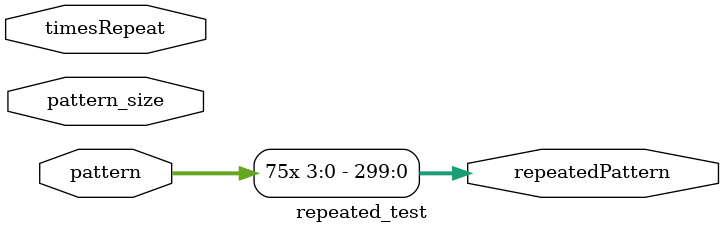
<source format=sv>
module repeated_test 
#(
	parameter image_sensor_w = 300, // Width of the image sensor
	parameter image_sensor_h = 300// Height of the image sensor
 )
(

	input [3:0] pattern, //4
	input [6:0] timesRepeat, //75
	input [2:0] pattern_size, //4



	output logic [299:0] repeatedPattern //300
	//input clk,    // Clock
	//input clk_en, // Clock Enable
	//input rst_n,  // Asynchronous reset active low
//
//	//// Pattern Input passed through the micro-processor
//
//	//input [4:0] pattern_w, // Width of the pattern max is 32 
//	//input [4:0] pattern_h, // Height of the pattern max is 32
//	//
//	//input [24:0] pattern,	// Bits for the repeated pattern
//
//	//input [10:0] repeat_pattern_vertical, // How many times should the row pattern repeated // up to 2048 (More than HD 1920)
//	//
//	//input rp_ready, // Ready signal for the module to verify the input
//
//	//output logic [image_sensor_w-1:0] rp_mask_bit, // output of the repeated mask row by row of the image sensor
	//output logic rp_valid // Valid signal for the output
);


//genvar i;
//for (i = 0; i < timesRepeat; i = i + 1) 
//begin
//
// always_comb
// begin
//
//  repeatedPattern[i * pattern_size +: pattern_size] = pattern[pattern_size-1:0]; 
// 
// end
//
//end

genvar i;
for (i = 0; i < 75; i = i + 1) begin
 always_comb begin
  repeatedPattern[i * 4 +: 4] = pattern;
 end
end

endmodule
</source>
